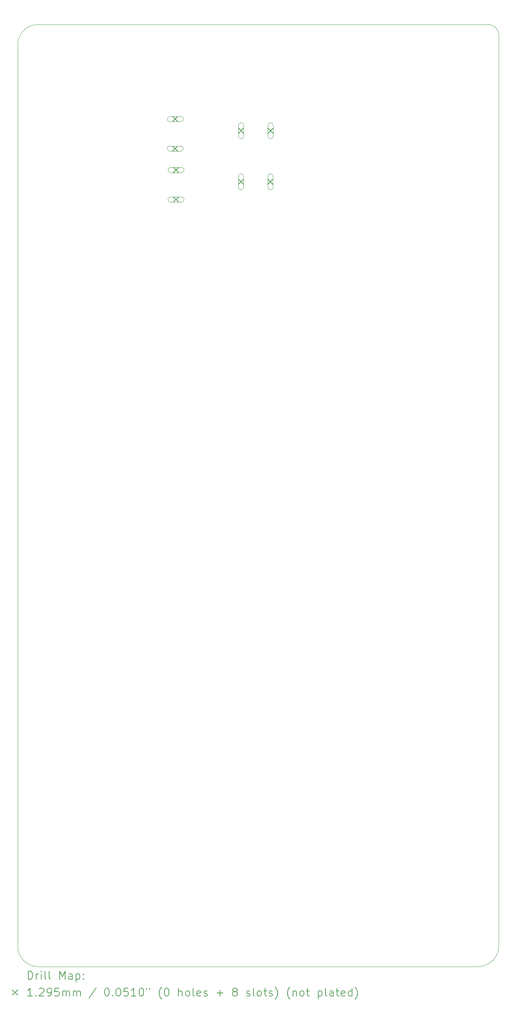
<source format=gbr>
%TF.GenerationSoftware,KiCad,Pcbnew,8.0.6*%
%TF.CreationDate,2025-05-14T12:38:04-04:00*%
%TF.ProjectId,TPC_Warm_Shaper,5450435f-5761-4726-9d5f-536861706572,rev?*%
%TF.SameCoordinates,Original*%
%TF.FileFunction,Drillmap*%
%TF.FilePolarity,Positive*%
%FSLAX45Y45*%
G04 Gerber Fmt 4.5, Leading zero omitted, Abs format (unit mm)*
G04 Created by KiCad (PCBNEW 8.0.6) date 2025-05-14 12:38:04*
%MOMM*%
%LPD*%
G01*
G04 APERTURE LIST*
%ADD10C,0.050000*%
%ADD11C,0.200000*%
%ADD12C,0.129540*%
%ADD13C,0.100000*%
G04 APERTURE END LIST*
D10*
X23114000Y-3810000D02*
X23114000Y-26162000D01*
X23114000Y-3810000D02*
X23114000Y-3556000D01*
X11176000Y-3810000D02*
G75*
G02*
X11684000Y-3302000I508000J0D01*
G01*
X19304000Y-3302000D02*
X22860000Y-3302000D01*
X19304000Y-26670000D02*
X11684000Y-26670000D01*
X11684000Y-26670000D02*
G75*
G02*
X11176000Y-26162000I0J508000D01*
G01*
X11176000Y-26162000D02*
X11176000Y-23114000D01*
X23114000Y-26162000D02*
G75*
G02*
X22606000Y-26670000I-508000J0D01*
G01*
X11176000Y-23114000D02*
X11176000Y-20320000D01*
X22860000Y-3302000D02*
G75*
G02*
X23114000Y-3556000I0J-254000D01*
G01*
X22606000Y-26670000D02*
X19304000Y-26670000D01*
X11684000Y-3302000D02*
X19304000Y-3302000D01*
X11176000Y-7620000D02*
X11176000Y-3810000D01*
X11176000Y-20320000D02*
X11176000Y-7620000D01*
D11*
D12*
X15021230Y-5583030D02*
X15150770Y-5712570D01*
X15150770Y-5583030D02*
X15021230Y-5712570D01*
D13*
X15221230Y-5583030D02*
X14950770Y-5583030D01*
X14950770Y-5712570D02*
G75*
G02*
X14950770Y-5583030I0J64770D01*
G01*
X14950770Y-5712570D02*
X15221230Y-5712570D01*
X15221230Y-5712570D02*
G75*
G03*
X15221230Y-5583030I0J64770D01*
G01*
D12*
X15021230Y-6315030D02*
X15150770Y-6444570D01*
X15150770Y-6315030D02*
X15021230Y-6444570D01*
D13*
X15221230Y-6315030D02*
X14950770Y-6315030D01*
X14950770Y-6444570D02*
G75*
G02*
X14950770Y-6315030I0J64770D01*
G01*
X14950770Y-6444570D02*
X15221230Y-6444570D01*
X15221230Y-6444570D02*
G75*
G03*
X15221230Y-6315030I0J64770D01*
G01*
D12*
X15040290Y-6847230D02*
X15169830Y-6976770D01*
X15169830Y-6847230D02*
X15040290Y-6976770D01*
D13*
X15240290Y-6847230D02*
X14969830Y-6847230D01*
X14969830Y-6976770D02*
G75*
G02*
X14969830Y-6847230I0J64770D01*
G01*
X14969830Y-6976770D02*
X15240290Y-6976770D01*
X15240290Y-6976770D02*
G75*
G03*
X15240290Y-6847230I0J64770D01*
G01*
D12*
X15040290Y-7579230D02*
X15169830Y-7708770D01*
X15169830Y-7579230D02*
X15040290Y-7708770D01*
D13*
X15240290Y-7579230D02*
X14969830Y-7579230D01*
X14969830Y-7708770D02*
G75*
G02*
X14969830Y-7579230I0J64770D01*
G01*
X14969830Y-7708770D02*
X15240290Y-7708770D01*
X15240290Y-7708770D02*
G75*
G03*
X15240290Y-7579230I0J64770D01*
G01*
D12*
X16651210Y-7138230D02*
X16780750Y-7267770D01*
X16780750Y-7138230D02*
X16651210Y-7267770D01*
D13*
X16780750Y-7338230D02*
X16780750Y-7067770D01*
X16651210Y-7067770D02*
G75*
G02*
X16780750Y-7067770I64770J0D01*
G01*
X16651210Y-7067770D02*
X16651210Y-7338230D01*
X16651210Y-7338230D02*
G75*
G03*
X16780750Y-7338230I64770J0D01*
G01*
D12*
X16653230Y-5874230D02*
X16782770Y-6003770D01*
X16782770Y-5874230D02*
X16653230Y-6003770D01*
D13*
X16782770Y-6074230D02*
X16782770Y-5803770D01*
X16653230Y-5803770D02*
G75*
G02*
X16782770Y-5803770I64770J0D01*
G01*
X16653230Y-5803770D02*
X16653230Y-6074230D01*
X16653230Y-6074230D02*
G75*
G03*
X16782770Y-6074230I64770J0D01*
G01*
D12*
X17383210Y-7138230D02*
X17512750Y-7267770D01*
X17512750Y-7138230D02*
X17383210Y-7267770D01*
D13*
X17512750Y-7338230D02*
X17512750Y-7067770D01*
X17383210Y-7067770D02*
G75*
G02*
X17512750Y-7067770I64770J0D01*
G01*
X17383210Y-7067770D02*
X17383210Y-7338230D01*
X17383210Y-7338230D02*
G75*
G03*
X17512750Y-7338230I64770J0D01*
G01*
D12*
X17385230Y-5874230D02*
X17514770Y-6003770D01*
X17514770Y-5874230D02*
X17385230Y-6003770D01*
D13*
X17514770Y-6074230D02*
X17514770Y-5803770D01*
X17385230Y-5803770D02*
G75*
G02*
X17514770Y-5803770I64770J0D01*
G01*
X17385230Y-5803770D02*
X17385230Y-6074230D01*
X17385230Y-6074230D02*
G75*
G03*
X17514770Y-6074230I64770J0D01*
G01*
D11*
X11434277Y-26983984D02*
X11434277Y-26783984D01*
X11434277Y-26783984D02*
X11481896Y-26783984D01*
X11481896Y-26783984D02*
X11510467Y-26793508D01*
X11510467Y-26793508D02*
X11529515Y-26812555D01*
X11529515Y-26812555D02*
X11539039Y-26831603D01*
X11539039Y-26831603D02*
X11548562Y-26869698D01*
X11548562Y-26869698D02*
X11548562Y-26898269D01*
X11548562Y-26898269D02*
X11539039Y-26936365D01*
X11539039Y-26936365D02*
X11529515Y-26955412D01*
X11529515Y-26955412D02*
X11510467Y-26974460D01*
X11510467Y-26974460D02*
X11481896Y-26983984D01*
X11481896Y-26983984D02*
X11434277Y-26983984D01*
X11634277Y-26983984D02*
X11634277Y-26850650D01*
X11634277Y-26888746D02*
X11643801Y-26869698D01*
X11643801Y-26869698D02*
X11653324Y-26860174D01*
X11653324Y-26860174D02*
X11672372Y-26850650D01*
X11672372Y-26850650D02*
X11691420Y-26850650D01*
X11758086Y-26983984D02*
X11758086Y-26850650D01*
X11758086Y-26783984D02*
X11748562Y-26793508D01*
X11748562Y-26793508D02*
X11758086Y-26803031D01*
X11758086Y-26803031D02*
X11767610Y-26793508D01*
X11767610Y-26793508D02*
X11758086Y-26783984D01*
X11758086Y-26783984D02*
X11758086Y-26803031D01*
X11881896Y-26983984D02*
X11862848Y-26974460D01*
X11862848Y-26974460D02*
X11853324Y-26955412D01*
X11853324Y-26955412D02*
X11853324Y-26783984D01*
X11986658Y-26983984D02*
X11967610Y-26974460D01*
X11967610Y-26974460D02*
X11958086Y-26955412D01*
X11958086Y-26955412D02*
X11958086Y-26783984D01*
X12215229Y-26983984D02*
X12215229Y-26783984D01*
X12215229Y-26783984D02*
X12281896Y-26926841D01*
X12281896Y-26926841D02*
X12348562Y-26783984D01*
X12348562Y-26783984D02*
X12348562Y-26983984D01*
X12529515Y-26983984D02*
X12529515Y-26879222D01*
X12529515Y-26879222D02*
X12519991Y-26860174D01*
X12519991Y-26860174D02*
X12500943Y-26850650D01*
X12500943Y-26850650D02*
X12462848Y-26850650D01*
X12462848Y-26850650D02*
X12443801Y-26860174D01*
X12529515Y-26974460D02*
X12510467Y-26983984D01*
X12510467Y-26983984D02*
X12462848Y-26983984D01*
X12462848Y-26983984D02*
X12443801Y-26974460D01*
X12443801Y-26974460D02*
X12434277Y-26955412D01*
X12434277Y-26955412D02*
X12434277Y-26936365D01*
X12434277Y-26936365D02*
X12443801Y-26917317D01*
X12443801Y-26917317D02*
X12462848Y-26907793D01*
X12462848Y-26907793D02*
X12510467Y-26907793D01*
X12510467Y-26907793D02*
X12529515Y-26898269D01*
X12624753Y-26850650D02*
X12624753Y-27050650D01*
X12624753Y-26860174D02*
X12643801Y-26850650D01*
X12643801Y-26850650D02*
X12681896Y-26850650D01*
X12681896Y-26850650D02*
X12700943Y-26860174D01*
X12700943Y-26860174D02*
X12710467Y-26869698D01*
X12710467Y-26869698D02*
X12719991Y-26888746D01*
X12719991Y-26888746D02*
X12719991Y-26945888D01*
X12719991Y-26945888D02*
X12710467Y-26964936D01*
X12710467Y-26964936D02*
X12700943Y-26974460D01*
X12700943Y-26974460D02*
X12681896Y-26983984D01*
X12681896Y-26983984D02*
X12643801Y-26983984D01*
X12643801Y-26983984D02*
X12624753Y-26974460D01*
X12805705Y-26964936D02*
X12815229Y-26974460D01*
X12815229Y-26974460D02*
X12805705Y-26983984D01*
X12805705Y-26983984D02*
X12796182Y-26974460D01*
X12796182Y-26974460D02*
X12805705Y-26964936D01*
X12805705Y-26964936D02*
X12805705Y-26983984D01*
X12805705Y-26860174D02*
X12815229Y-26869698D01*
X12815229Y-26869698D02*
X12805705Y-26879222D01*
X12805705Y-26879222D02*
X12796182Y-26869698D01*
X12796182Y-26869698D02*
X12805705Y-26860174D01*
X12805705Y-26860174D02*
X12805705Y-26879222D01*
D12*
X11043960Y-27247730D02*
X11173500Y-27377270D01*
X11173500Y-27247730D02*
X11043960Y-27377270D01*
D11*
X11539039Y-27403984D02*
X11424753Y-27403984D01*
X11481896Y-27403984D02*
X11481896Y-27203984D01*
X11481896Y-27203984D02*
X11462848Y-27232555D01*
X11462848Y-27232555D02*
X11443801Y-27251603D01*
X11443801Y-27251603D02*
X11424753Y-27261127D01*
X11624753Y-27384936D02*
X11634277Y-27394460D01*
X11634277Y-27394460D02*
X11624753Y-27403984D01*
X11624753Y-27403984D02*
X11615229Y-27394460D01*
X11615229Y-27394460D02*
X11624753Y-27384936D01*
X11624753Y-27384936D02*
X11624753Y-27403984D01*
X11710467Y-27223031D02*
X11719991Y-27213508D01*
X11719991Y-27213508D02*
X11739039Y-27203984D01*
X11739039Y-27203984D02*
X11786658Y-27203984D01*
X11786658Y-27203984D02*
X11805705Y-27213508D01*
X11805705Y-27213508D02*
X11815229Y-27223031D01*
X11815229Y-27223031D02*
X11824753Y-27242079D01*
X11824753Y-27242079D02*
X11824753Y-27261127D01*
X11824753Y-27261127D02*
X11815229Y-27289698D01*
X11815229Y-27289698D02*
X11700943Y-27403984D01*
X11700943Y-27403984D02*
X11824753Y-27403984D01*
X11919991Y-27403984D02*
X11958086Y-27403984D01*
X11958086Y-27403984D02*
X11977134Y-27394460D01*
X11977134Y-27394460D02*
X11986658Y-27384936D01*
X11986658Y-27384936D02*
X12005705Y-27356365D01*
X12005705Y-27356365D02*
X12015229Y-27318269D01*
X12015229Y-27318269D02*
X12015229Y-27242079D01*
X12015229Y-27242079D02*
X12005705Y-27223031D01*
X12005705Y-27223031D02*
X11996182Y-27213508D01*
X11996182Y-27213508D02*
X11977134Y-27203984D01*
X11977134Y-27203984D02*
X11939039Y-27203984D01*
X11939039Y-27203984D02*
X11919991Y-27213508D01*
X11919991Y-27213508D02*
X11910467Y-27223031D01*
X11910467Y-27223031D02*
X11900943Y-27242079D01*
X11900943Y-27242079D02*
X11900943Y-27289698D01*
X11900943Y-27289698D02*
X11910467Y-27308746D01*
X11910467Y-27308746D02*
X11919991Y-27318269D01*
X11919991Y-27318269D02*
X11939039Y-27327793D01*
X11939039Y-27327793D02*
X11977134Y-27327793D01*
X11977134Y-27327793D02*
X11996182Y-27318269D01*
X11996182Y-27318269D02*
X12005705Y-27308746D01*
X12005705Y-27308746D02*
X12015229Y-27289698D01*
X12196182Y-27203984D02*
X12100943Y-27203984D01*
X12100943Y-27203984D02*
X12091420Y-27299222D01*
X12091420Y-27299222D02*
X12100943Y-27289698D01*
X12100943Y-27289698D02*
X12119991Y-27280174D01*
X12119991Y-27280174D02*
X12167610Y-27280174D01*
X12167610Y-27280174D02*
X12186658Y-27289698D01*
X12186658Y-27289698D02*
X12196182Y-27299222D01*
X12196182Y-27299222D02*
X12205705Y-27318269D01*
X12205705Y-27318269D02*
X12205705Y-27365888D01*
X12205705Y-27365888D02*
X12196182Y-27384936D01*
X12196182Y-27384936D02*
X12186658Y-27394460D01*
X12186658Y-27394460D02*
X12167610Y-27403984D01*
X12167610Y-27403984D02*
X12119991Y-27403984D01*
X12119991Y-27403984D02*
X12100943Y-27394460D01*
X12100943Y-27394460D02*
X12091420Y-27384936D01*
X12291420Y-27403984D02*
X12291420Y-27270650D01*
X12291420Y-27289698D02*
X12300943Y-27280174D01*
X12300943Y-27280174D02*
X12319991Y-27270650D01*
X12319991Y-27270650D02*
X12348563Y-27270650D01*
X12348563Y-27270650D02*
X12367610Y-27280174D01*
X12367610Y-27280174D02*
X12377134Y-27299222D01*
X12377134Y-27299222D02*
X12377134Y-27403984D01*
X12377134Y-27299222D02*
X12386658Y-27280174D01*
X12386658Y-27280174D02*
X12405705Y-27270650D01*
X12405705Y-27270650D02*
X12434277Y-27270650D01*
X12434277Y-27270650D02*
X12453324Y-27280174D01*
X12453324Y-27280174D02*
X12462848Y-27299222D01*
X12462848Y-27299222D02*
X12462848Y-27403984D01*
X12558086Y-27403984D02*
X12558086Y-27270650D01*
X12558086Y-27289698D02*
X12567610Y-27280174D01*
X12567610Y-27280174D02*
X12586658Y-27270650D01*
X12586658Y-27270650D02*
X12615229Y-27270650D01*
X12615229Y-27270650D02*
X12634277Y-27280174D01*
X12634277Y-27280174D02*
X12643801Y-27299222D01*
X12643801Y-27299222D02*
X12643801Y-27403984D01*
X12643801Y-27299222D02*
X12653324Y-27280174D01*
X12653324Y-27280174D02*
X12672372Y-27270650D01*
X12672372Y-27270650D02*
X12700943Y-27270650D01*
X12700943Y-27270650D02*
X12719991Y-27280174D01*
X12719991Y-27280174D02*
X12729515Y-27299222D01*
X12729515Y-27299222D02*
X12729515Y-27403984D01*
X13119991Y-27194460D02*
X12948563Y-27451603D01*
X13377134Y-27203984D02*
X13396182Y-27203984D01*
X13396182Y-27203984D02*
X13415229Y-27213508D01*
X13415229Y-27213508D02*
X13424753Y-27223031D01*
X13424753Y-27223031D02*
X13434277Y-27242079D01*
X13434277Y-27242079D02*
X13443801Y-27280174D01*
X13443801Y-27280174D02*
X13443801Y-27327793D01*
X13443801Y-27327793D02*
X13434277Y-27365888D01*
X13434277Y-27365888D02*
X13424753Y-27384936D01*
X13424753Y-27384936D02*
X13415229Y-27394460D01*
X13415229Y-27394460D02*
X13396182Y-27403984D01*
X13396182Y-27403984D02*
X13377134Y-27403984D01*
X13377134Y-27403984D02*
X13358086Y-27394460D01*
X13358086Y-27394460D02*
X13348563Y-27384936D01*
X13348563Y-27384936D02*
X13339039Y-27365888D01*
X13339039Y-27365888D02*
X13329515Y-27327793D01*
X13329515Y-27327793D02*
X13329515Y-27280174D01*
X13329515Y-27280174D02*
X13339039Y-27242079D01*
X13339039Y-27242079D02*
X13348563Y-27223031D01*
X13348563Y-27223031D02*
X13358086Y-27213508D01*
X13358086Y-27213508D02*
X13377134Y-27203984D01*
X13529515Y-27384936D02*
X13539039Y-27394460D01*
X13539039Y-27394460D02*
X13529515Y-27403984D01*
X13529515Y-27403984D02*
X13519991Y-27394460D01*
X13519991Y-27394460D02*
X13529515Y-27384936D01*
X13529515Y-27384936D02*
X13529515Y-27403984D01*
X13662848Y-27203984D02*
X13681896Y-27203984D01*
X13681896Y-27203984D02*
X13700944Y-27213508D01*
X13700944Y-27213508D02*
X13710467Y-27223031D01*
X13710467Y-27223031D02*
X13719991Y-27242079D01*
X13719991Y-27242079D02*
X13729515Y-27280174D01*
X13729515Y-27280174D02*
X13729515Y-27327793D01*
X13729515Y-27327793D02*
X13719991Y-27365888D01*
X13719991Y-27365888D02*
X13710467Y-27384936D01*
X13710467Y-27384936D02*
X13700944Y-27394460D01*
X13700944Y-27394460D02*
X13681896Y-27403984D01*
X13681896Y-27403984D02*
X13662848Y-27403984D01*
X13662848Y-27403984D02*
X13643801Y-27394460D01*
X13643801Y-27394460D02*
X13634277Y-27384936D01*
X13634277Y-27384936D02*
X13624753Y-27365888D01*
X13624753Y-27365888D02*
X13615229Y-27327793D01*
X13615229Y-27327793D02*
X13615229Y-27280174D01*
X13615229Y-27280174D02*
X13624753Y-27242079D01*
X13624753Y-27242079D02*
X13634277Y-27223031D01*
X13634277Y-27223031D02*
X13643801Y-27213508D01*
X13643801Y-27213508D02*
X13662848Y-27203984D01*
X13910467Y-27203984D02*
X13815229Y-27203984D01*
X13815229Y-27203984D02*
X13805706Y-27299222D01*
X13805706Y-27299222D02*
X13815229Y-27289698D01*
X13815229Y-27289698D02*
X13834277Y-27280174D01*
X13834277Y-27280174D02*
X13881896Y-27280174D01*
X13881896Y-27280174D02*
X13900944Y-27289698D01*
X13900944Y-27289698D02*
X13910467Y-27299222D01*
X13910467Y-27299222D02*
X13919991Y-27318269D01*
X13919991Y-27318269D02*
X13919991Y-27365888D01*
X13919991Y-27365888D02*
X13910467Y-27384936D01*
X13910467Y-27384936D02*
X13900944Y-27394460D01*
X13900944Y-27394460D02*
X13881896Y-27403984D01*
X13881896Y-27403984D02*
X13834277Y-27403984D01*
X13834277Y-27403984D02*
X13815229Y-27394460D01*
X13815229Y-27394460D02*
X13805706Y-27384936D01*
X14110467Y-27403984D02*
X13996182Y-27403984D01*
X14053325Y-27403984D02*
X14053325Y-27203984D01*
X14053325Y-27203984D02*
X14034277Y-27232555D01*
X14034277Y-27232555D02*
X14015229Y-27251603D01*
X14015229Y-27251603D02*
X13996182Y-27261127D01*
X14234277Y-27203984D02*
X14253325Y-27203984D01*
X14253325Y-27203984D02*
X14272372Y-27213508D01*
X14272372Y-27213508D02*
X14281896Y-27223031D01*
X14281896Y-27223031D02*
X14291420Y-27242079D01*
X14291420Y-27242079D02*
X14300944Y-27280174D01*
X14300944Y-27280174D02*
X14300944Y-27327793D01*
X14300944Y-27327793D02*
X14291420Y-27365888D01*
X14291420Y-27365888D02*
X14281896Y-27384936D01*
X14281896Y-27384936D02*
X14272372Y-27394460D01*
X14272372Y-27394460D02*
X14253325Y-27403984D01*
X14253325Y-27403984D02*
X14234277Y-27403984D01*
X14234277Y-27403984D02*
X14215229Y-27394460D01*
X14215229Y-27394460D02*
X14205706Y-27384936D01*
X14205706Y-27384936D02*
X14196182Y-27365888D01*
X14196182Y-27365888D02*
X14186658Y-27327793D01*
X14186658Y-27327793D02*
X14186658Y-27280174D01*
X14186658Y-27280174D02*
X14196182Y-27242079D01*
X14196182Y-27242079D02*
X14205706Y-27223031D01*
X14205706Y-27223031D02*
X14215229Y-27213508D01*
X14215229Y-27213508D02*
X14234277Y-27203984D01*
X14377134Y-27203984D02*
X14377134Y-27242079D01*
X14453325Y-27203984D02*
X14453325Y-27242079D01*
X14748563Y-27480174D02*
X14739039Y-27470650D01*
X14739039Y-27470650D02*
X14719991Y-27442079D01*
X14719991Y-27442079D02*
X14710468Y-27423031D01*
X14710468Y-27423031D02*
X14700944Y-27394460D01*
X14700944Y-27394460D02*
X14691420Y-27346841D01*
X14691420Y-27346841D02*
X14691420Y-27308746D01*
X14691420Y-27308746D02*
X14700944Y-27261127D01*
X14700944Y-27261127D02*
X14710468Y-27232555D01*
X14710468Y-27232555D02*
X14719991Y-27213508D01*
X14719991Y-27213508D02*
X14739039Y-27184936D01*
X14739039Y-27184936D02*
X14748563Y-27175412D01*
X14862848Y-27203984D02*
X14881896Y-27203984D01*
X14881896Y-27203984D02*
X14900944Y-27213508D01*
X14900944Y-27213508D02*
X14910468Y-27223031D01*
X14910468Y-27223031D02*
X14919991Y-27242079D01*
X14919991Y-27242079D02*
X14929515Y-27280174D01*
X14929515Y-27280174D02*
X14929515Y-27327793D01*
X14929515Y-27327793D02*
X14919991Y-27365888D01*
X14919991Y-27365888D02*
X14910468Y-27384936D01*
X14910468Y-27384936D02*
X14900944Y-27394460D01*
X14900944Y-27394460D02*
X14881896Y-27403984D01*
X14881896Y-27403984D02*
X14862848Y-27403984D01*
X14862848Y-27403984D02*
X14843801Y-27394460D01*
X14843801Y-27394460D02*
X14834277Y-27384936D01*
X14834277Y-27384936D02*
X14824753Y-27365888D01*
X14824753Y-27365888D02*
X14815229Y-27327793D01*
X14815229Y-27327793D02*
X14815229Y-27280174D01*
X14815229Y-27280174D02*
X14824753Y-27242079D01*
X14824753Y-27242079D02*
X14834277Y-27223031D01*
X14834277Y-27223031D02*
X14843801Y-27213508D01*
X14843801Y-27213508D02*
X14862848Y-27203984D01*
X15167610Y-27403984D02*
X15167610Y-27203984D01*
X15253325Y-27403984D02*
X15253325Y-27299222D01*
X15253325Y-27299222D02*
X15243801Y-27280174D01*
X15243801Y-27280174D02*
X15224753Y-27270650D01*
X15224753Y-27270650D02*
X15196182Y-27270650D01*
X15196182Y-27270650D02*
X15177134Y-27280174D01*
X15177134Y-27280174D02*
X15167610Y-27289698D01*
X15377134Y-27403984D02*
X15358087Y-27394460D01*
X15358087Y-27394460D02*
X15348563Y-27384936D01*
X15348563Y-27384936D02*
X15339039Y-27365888D01*
X15339039Y-27365888D02*
X15339039Y-27308746D01*
X15339039Y-27308746D02*
X15348563Y-27289698D01*
X15348563Y-27289698D02*
X15358087Y-27280174D01*
X15358087Y-27280174D02*
X15377134Y-27270650D01*
X15377134Y-27270650D02*
X15405706Y-27270650D01*
X15405706Y-27270650D02*
X15424753Y-27280174D01*
X15424753Y-27280174D02*
X15434277Y-27289698D01*
X15434277Y-27289698D02*
X15443801Y-27308746D01*
X15443801Y-27308746D02*
X15443801Y-27365888D01*
X15443801Y-27365888D02*
X15434277Y-27384936D01*
X15434277Y-27384936D02*
X15424753Y-27394460D01*
X15424753Y-27394460D02*
X15405706Y-27403984D01*
X15405706Y-27403984D02*
X15377134Y-27403984D01*
X15558087Y-27403984D02*
X15539039Y-27394460D01*
X15539039Y-27394460D02*
X15529515Y-27375412D01*
X15529515Y-27375412D02*
X15529515Y-27203984D01*
X15710468Y-27394460D02*
X15691420Y-27403984D01*
X15691420Y-27403984D02*
X15653325Y-27403984D01*
X15653325Y-27403984D02*
X15634277Y-27394460D01*
X15634277Y-27394460D02*
X15624753Y-27375412D01*
X15624753Y-27375412D02*
X15624753Y-27299222D01*
X15624753Y-27299222D02*
X15634277Y-27280174D01*
X15634277Y-27280174D02*
X15653325Y-27270650D01*
X15653325Y-27270650D02*
X15691420Y-27270650D01*
X15691420Y-27270650D02*
X15710468Y-27280174D01*
X15710468Y-27280174D02*
X15719991Y-27299222D01*
X15719991Y-27299222D02*
X15719991Y-27318269D01*
X15719991Y-27318269D02*
X15624753Y-27337317D01*
X15796182Y-27394460D02*
X15815230Y-27403984D01*
X15815230Y-27403984D02*
X15853325Y-27403984D01*
X15853325Y-27403984D02*
X15872372Y-27394460D01*
X15872372Y-27394460D02*
X15881896Y-27375412D01*
X15881896Y-27375412D02*
X15881896Y-27365888D01*
X15881896Y-27365888D02*
X15872372Y-27346841D01*
X15872372Y-27346841D02*
X15853325Y-27337317D01*
X15853325Y-27337317D02*
X15824753Y-27337317D01*
X15824753Y-27337317D02*
X15805706Y-27327793D01*
X15805706Y-27327793D02*
X15796182Y-27308746D01*
X15796182Y-27308746D02*
X15796182Y-27299222D01*
X15796182Y-27299222D02*
X15805706Y-27280174D01*
X15805706Y-27280174D02*
X15824753Y-27270650D01*
X15824753Y-27270650D02*
X15853325Y-27270650D01*
X15853325Y-27270650D02*
X15872372Y-27280174D01*
X16119992Y-27327793D02*
X16272373Y-27327793D01*
X16196182Y-27403984D02*
X16196182Y-27251603D01*
X16548563Y-27289698D02*
X16529515Y-27280174D01*
X16529515Y-27280174D02*
X16519992Y-27270650D01*
X16519992Y-27270650D02*
X16510468Y-27251603D01*
X16510468Y-27251603D02*
X16510468Y-27242079D01*
X16510468Y-27242079D02*
X16519992Y-27223031D01*
X16519992Y-27223031D02*
X16529515Y-27213508D01*
X16529515Y-27213508D02*
X16548563Y-27203984D01*
X16548563Y-27203984D02*
X16586658Y-27203984D01*
X16586658Y-27203984D02*
X16605706Y-27213508D01*
X16605706Y-27213508D02*
X16615230Y-27223031D01*
X16615230Y-27223031D02*
X16624753Y-27242079D01*
X16624753Y-27242079D02*
X16624753Y-27251603D01*
X16624753Y-27251603D02*
X16615230Y-27270650D01*
X16615230Y-27270650D02*
X16605706Y-27280174D01*
X16605706Y-27280174D02*
X16586658Y-27289698D01*
X16586658Y-27289698D02*
X16548563Y-27289698D01*
X16548563Y-27289698D02*
X16529515Y-27299222D01*
X16529515Y-27299222D02*
X16519992Y-27308746D01*
X16519992Y-27308746D02*
X16510468Y-27327793D01*
X16510468Y-27327793D02*
X16510468Y-27365888D01*
X16510468Y-27365888D02*
X16519992Y-27384936D01*
X16519992Y-27384936D02*
X16529515Y-27394460D01*
X16529515Y-27394460D02*
X16548563Y-27403984D01*
X16548563Y-27403984D02*
X16586658Y-27403984D01*
X16586658Y-27403984D02*
X16605706Y-27394460D01*
X16605706Y-27394460D02*
X16615230Y-27384936D01*
X16615230Y-27384936D02*
X16624753Y-27365888D01*
X16624753Y-27365888D02*
X16624753Y-27327793D01*
X16624753Y-27327793D02*
X16615230Y-27308746D01*
X16615230Y-27308746D02*
X16605706Y-27299222D01*
X16605706Y-27299222D02*
X16586658Y-27289698D01*
X16853325Y-27394460D02*
X16872373Y-27403984D01*
X16872373Y-27403984D02*
X16910468Y-27403984D01*
X16910468Y-27403984D02*
X16929516Y-27394460D01*
X16929516Y-27394460D02*
X16939039Y-27375412D01*
X16939039Y-27375412D02*
X16939039Y-27365888D01*
X16939039Y-27365888D02*
X16929516Y-27346841D01*
X16929516Y-27346841D02*
X16910468Y-27337317D01*
X16910468Y-27337317D02*
X16881896Y-27337317D01*
X16881896Y-27337317D02*
X16862849Y-27327793D01*
X16862849Y-27327793D02*
X16853325Y-27308746D01*
X16853325Y-27308746D02*
X16853325Y-27299222D01*
X16853325Y-27299222D02*
X16862849Y-27280174D01*
X16862849Y-27280174D02*
X16881896Y-27270650D01*
X16881896Y-27270650D02*
X16910468Y-27270650D01*
X16910468Y-27270650D02*
X16929516Y-27280174D01*
X17053325Y-27403984D02*
X17034277Y-27394460D01*
X17034277Y-27394460D02*
X17024754Y-27375412D01*
X17024754Y-27375412D02*
X17024754Y-27203984D01*
X17158087Y-27403984D02*
X17139039Y-27394460D01*
X17139039Y-27394460D02*
X17129516Y-27384936D01*
X17129516Y-27384936D02*
X17119992Y-27365888D01*
X17119992Y-27365888D02*
X17119992Y-27308746D01*
X17119992Y-27308746D02*
X17129516Y-27289698D01*
X17129516Y-27289698D02*
X17139039Y-27280174D01*
X17139039Y-27280174D02*
X17158087Y-27270650D01*
X17158087Y-27270650D02*
X17186658Y-27270650D01*
X17186658Y-27270650D02*
X17205706Y-27280174D01*
X17205706Y-27280174D02*
X17215230Y-27289698D01*
X17215230Y-27289698D02*
X17224754Y-27308746D01*
X17224754Y-27308746D02*
X17224754Y-27365888D01*
X17224754Y-27365888D02*
X17215230Y-27384936D01*
X17215230Y-27384936D02*
X17205706Y-27394460D01*
X17205706Y-27394460D02*
X17186658Y-27403984D01*
X17186658Y-27403984D02*
X17158087Y-27403984D01*
X17281897Y-27270650D02*
X17358087Y-27270650D01*
X17310468Y-27203984D02*
X17310468Y-27375412D01*
X17310468Y-27375412D02*
X17319992Y-27394460D01*
X17319992Y-27394460D02*
X17339039Y-27403984D01*
X17339039Y-27403984D02*
X17358087Y-27403984D01*
X17415230Y-27394460D02*
X17434277Y-27403984D01*
X17434277Y-27403984D02*
X17472373Y-27403984D01*
X17472373Y-27403984D02*
X17491420Y-27394460D01*
X17491420Y-27394460D02*
X17500944Y-27375412D01*
X17500944Y-27375412D02*
X17500944Y-27365888D01*
X17500944Y-27365888D02*
X17491420Y-27346841D01*
X17491420Y-27346841D02*
X17472373Y-27337317D01*
X17472373Y-27337317D02*
X17443801Y-27337317D01*
X17443801Y-27337317D02*
X17424754Y-27327793D01*
X17424754Y-27327793D02*
X17415230Y-27308746D01*
X17415230Y-27308746D02*
X17415230Y-27299222D01*
X17415230Y-27299222D02*
X17424754Y-27280174D01*
X17424754Y-27280174D02*
X17443801Y-27270650D01*
X17443801Y-27270650D02*
X17472373Y-27270650D01*
X17472373Y-27270650D02*
X17491420Y-27280174D01*
X17567611Y-27480174D02*
X17577135Y-27470650D01*
X17577135Y-27470650D02*
X17596182Y-27442079D01*
X17596182Y-27442079D02*
X17605706Y-27423031D01*
X17605706Y-27423031D02*
X17615230Y-27394460D01*
X17615230Y-27394460D02*
X17624754Y-27346841D01*
X17624754Y-27346841D02*
X17624754Y-27308746D01*
X17624754Y-27308746D02*
X17615230Y-27261127D01*
X17615230Y-27261127D02*
X17605706Y-27232555D01*
X17605706Y-27232555D02*
X17596182Y-27213508D01*
X17596182Y-27213508D02*
X17577135Y-27184936D01*
X17577135Y-27184936D02*
X17567611Y-27175412D01*
X17929516Y-27480174D02*
X17919992Y-27470650D01*
X17919992Y-27470650D02*
X17900944Y-27442079D01*
X17900944Y-27442079D02*
X17891420Y-27423031D01*
X17891420Y-27423031D02*
X17881897Y-27394460D01*
X17881897Y-27394460D02*
X17872373Y-27346841D01*
X17872373Y-27346841D02*
X17872373Y-27308746D01*
X17872373Y-27308746D02*
X17881897Y-27261127D01*
X17881897Y-27261127D02*
X17891420Y-27232555D01*
X17891420Y-27232555D02*
X17900944Y-27213508D01*
X17900944Y-27213508D02*
X17919992Y-27184936D01*
X17919992Y-27184936D02*
X17929516Y-27175412D01*
X18005706Y-27270650D02*
X18005706Y-27403984D01*
X18005706Y-27289698D02*
X18015230Y-27280174D01*
X18015230Y-27280174D02*
X18034277Y-27270650D01*
X18034277Y-27270650D02*
X18062849Y-27270650D01*
X18062849Y-27270650D02*
X18081897Y-27280174D01*
X18081897Y-27280174D02*
X18091420Y-27299222D01*
X18091420Y-27299222D02*
X18091420Y-27403984D01*
X18215230Y-27403984D02*
X18196182Y-27394460D01*
X18196182Y-27394460D02*
X18186658Y-27384936D01*
X18186658Y-27384936D02*
X18177135Y-27365888D01*
X18177135Y-27365888D02*
X18177135Y-27308746D01*
X18177135Y-27308746D02*
X18186658Y-27289698D01*
X18186658Y-27289698D02*
X18196182Y-27280174D01*
X18196182Y-27280174D02*
X18215230Y-27270650D01*
X18215230Y-27270650D02*
X18243801Y-27270650D01*
X18243801Y-27270650D02*
X18262849Y-27280174D01*
X18262849Y-27280174D02*
X18272373Y-27289698D01*
X18272373Y-27289698D02*
X18281897Y-27308746D01*
X18281897Y-27308746D02*
X18281897Y-27365888D01*
X18281897Y-27365888D02*
X18272373Y-27384936D01*
X18272373Y-27384936D02*
X18262849Y-27394460D01*
X18262849Y-27394460D02*
X18243801Y-27403984D01*
X18243801Y-27403984D02*
X18215230Y-27403984D01*
X18339039Y-27270650D02*
X18415230Y-27270650D01*
X18367611Y-27203984D02*
X18367611Y-27375412D01*
X18367611Y-27375412D02*
X18377135Y-27394460D01*
X18377135Y-27394460D02*
X18396182Y-27403984D01*
X18396182Y-27403984D02*
X18415230Y-27403984D01*
X18634278Y-27270650D02*
X18634278Y-27470650D01*
X18634278Y-27280174D02*
X18653325Y-27270650D01*
X18653325Y-27270650D02*
X18691420Y-27270650D01*
X18691420Y-27270650D02*
X18710468Y-27280174D01*
X18710468Y-27280174D02*
X18719992Y-27289698D01*
X18719992Y-27289698D02*
X18729516Y-27308746D01*
X18729516Y-27308746D02*
X18729516Y-27365888D01*
X18729516Y-27365888D02*
X18719992Y-27384936D01*
X18719992Y-27384936D02*
X18710468Y-27394460D01*
X18710468Y-27394460D02*
X18691420Y-27403984D01*
X18691420Y-27403984D02*
X18653325Y-27403984D01*
X18653325Y-27403984D02*
X18634278Y-27394460D01*
X18843801Y-27403984D02*
X18824754Y-27394460D01*
X18824754Y-27394460D02*
X18815230Y-27375412D01*
X18815230Y-27375412D02*
X18815230Y-27203984D01*
X19005706Y-27403984D02*
X19005706Y-27299222D01*
X19005706Y-27299222D02*
X18996182Y-27280174D01*
X18996182Y-27280174D02*
X18977135Y-27270650D01*
X18977135Y-27270650D02*
X18939039Y-27270650D01*
X18939039Y-27270650D02*
X18919992Y-27280174D01*
X19005706Y-27394460D02*
X18986659Y-27403984D01*
X18986659Y-27403984D02*
X18939039Y-27403984D01*
X18939039Y-27403984D02*
X18919992Y-27394460D01*
X18919992Y-27394460D02*
X18910468Y-27375412D01*
X18910468Y-27375412D02*
X18910468Y-27356365D01*
X18910468Y-27356365D02*
X18919992Y-27337317D01*
X18919992Y-27337317D02*
X18939039Y-27327793D01*
X18939039Y-27327793D02*
X18986659Y-27327793D01*
X18986659Y-27327793D02*
X19005706Y-27318269D01*
X19072373Y-27270650D02*
X19148563Y-27270650D01*
X19100944Y-27203984D02*
X19100944Y-27375412D01*
X19100944Y-27375412D02*
X19110468Y-27394460D01*
X19110468Y-27394460D02*
X19129516Y-27403984D01*
X19129516Y-27403984D02*
X19148563Y-27403984D01*
X19291420Y-27394460D02*
X19272373Y-27403984D01*
X19272373Y-27403984D02*
X19234278Y-27403984D01*
X19234278Y-27403984D02*
X19215230Y-27394460D01*
X19215230Y-27394460D02*
X19205706Y-27375412D01*
X19205706Y-27375412D02*
X19205706Y-27299222D01*
X19205706Y-27299222D02*
X19215230Y-27280174D01*
X19215230Y-27280174D02*
X19234278Y-27270650D01*
X19234278Y-27270650D02*
X19272373Y-27270650D01*
X19272373Y-27270650D02*
X19291420Y-27280174D01*
X19291420Y-27280174D02*
X19300944Y-27299222D01*
X19300944Y-27299222D02*
X19300944Y-27318269D01*
X19300944Y-27318269D02*
X19205706Y-27337317D01*
X19472373Y-27403984D02*
X19472373Y-27203984D01*
X19472373Y-27394460D02*
X19453325Y-27403984D01*
X19453325Y-27403984D02*
X19415230Y-27403984D01*
X19415230Y-27403984D02*
X19396182Y-27394460D01*
X19396182Y-27394460D02*
X19386659Y-27384936D01*
X19386659Y-27384936D02*
X19377135Y-27365888D01*
X19377135Y-27365888D02*
X19377135Y-27308746D01*
X19377135Y-27308746D02*
X19386659Y-27289698D01*
X19386659Y-27289698D02*
X19396182Y-27280174D01*
X19396182Y-27280174D02*
X19415230Y-27270650D01*
X19415230Y-27270650D02*
X19453325Y-27270650D01*
X19453325Y-27270650D02*
X19472373Y-27280174D01*
X19548563Y-27480174D02*
X19558087Y-27470650D01*
X19558087Y-27470650D02*
X19577135Y-27442079D01*
X19577135Y-27442079D02*
X19586659Y-27423031D01*
X19586659Y-27423031D02*
X19596182Y-27394460D01*
X19596182Y-27394460D02*
X19605706Y-27346841D01*
X19605706Y-27346841D02*
X19605706Y-27308746D01*
X19605706Y-27308746D02*
X19596182Y-27261127D01*
X19596182Y-27261127D02*
X19586659Y-27232555D01*
X19586659Y-27232555D02*
X19577135Y-27213508D01*
X19577135Y-27213508D02*
X19558087Y-27184936D01*
X19558087Y-27184936D02*
X19548563Y-27175412D01*
M02*

</source>
